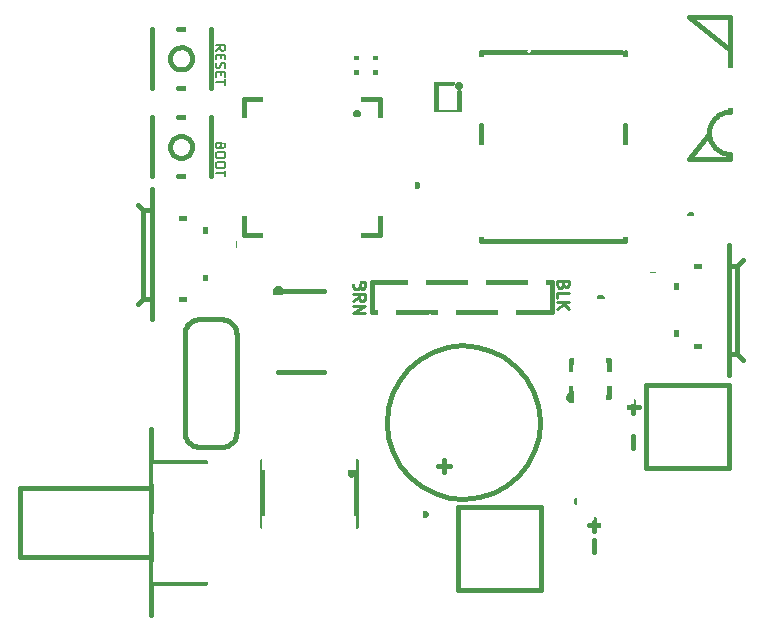
<source format=gto>
G04 (created by PCBNEW-RS274X (2012-01-19 BZR 3256)-stable) date Mon 27 Feb 2012 04:05:37 GMT*
G01*
G70*
G90*
%MOIN*%
G04 Gerber Fmt 3.4, Leading zero omitted, Abs format*
%FSLAX34Y34*%
G04 APERTURE LIST*
%ADD10C,0.006000*%
%ADD11C,0.015000*%
%ADD12C,0.009900*%
%ADD13C,0.007900*%
%ADD14R,0.033800X0.033800*%
%ADD15R,0.060200X0.073100*%
%ADD16R,0.057400X0.047600*%
%ADD17R,0.060200X0.057400*%
%ADD18R,0.086100X0.040500*%
%ADD19R,0.031800X0.059400*%
%ADD20C,0.059400*%
%ADD21R,0.059400X0.031800*%
%ADD22R,0.037700X0.031800*%
%ADD23R,0.063300X0.043600*%
%ADD24R,0.043600X0.063300*%
%ADD25R,0.070000X0.070000*%
%ADD26R,0.216900X0.059400*%
%ADD27R,0.216900X0.067200*%
%ADD28R,0.065300X0.077100*%
%ADD29R,0.059400X0.059400*%
%ADD30R,0.044400X0.044400*%
%ADD31R,0.098700X0.043600*%
%ADD32R,0.102700X0.035700*%
%ADD33C,0.098700*%
%ADD34R,0.090900X0.051500*%
%ADD35R,0.037700X0.077100*%
%ADD36R,0.075100X0.035700*%
%ADD37R,0.075100X0.083000*%
%ADD38R,0.071200X0.110600*%
%ADD39R,0.094800X0.090900*%
%ADD40R,0.031800X0.067200*%
%ADD41R,0.067200X0.031800*%
%ADD42R,0.153900X0.079100*%
%ADD43R,0.157800X0.059400*%
%ADD44R,0.060000X0.140000*%
%ADD45C,0.067200*%
%ADD46C,0.106600*%
%ADD47R,0.039700X0.039700*%
%ADD48R,0.114500X0.049900*%
%ADD49R,0.031000X0.048000*%
%ADD50C,0.031000*%
%ADD51R,0.114500X0.085000*%
%ADD52R,0.047600X0.031000*%
G04 APERTURE END LIST*
G54D10*
G54D11*
X74705Y-52165D02*
X74705Y-52559D01*
X74508Y-52362D02*
X74902Y-52362D01*
G54D12*
X71897Y-46377D02*
X71878Y-46433D01*
X71859Y-46452D01*
X71822Y-46471D01*
X71766Y-46471D01*
X71728Y-46452D01*
X71709Y-46433D01*
X71691Y-46396D01*
X71691Y-46246D01*
X72085Y-46246D01*
X72085Y-46377D01*
X72066Y-46415D01*
X72047Y-46433D01*
X72009Y-46452D01*
X71972Y-46452D01*
X71934Y-46433D01*
X71916Y-46415D01*
X71897Y-46377D01*
X71897Y-46246D01*
X71691Y-46865D02*
X71878Y-46734D01*
X71691Y-46640D02*
X72085Y-46640D01*
X72085Y-46790D01*
X72066Y-46827D01*
X72047Y-46846D01*
X72009Y-46865D01*
X71953Y-46865D01*
X71916Y-46846D01*
X71897Y-46827D01*
X71878Y-46790D01*
X71878Y-46640D01*
X71691Y-47034D02*
X72085Y-47034D01*
X71691Y-47259D01*
X72085Y-47259D01*
X78689Y-46326D02*
X78670Y-46382D01*
X78651Y-46401D01*
X78614Y-46420D01*
X78558Y-46420D01*
X78520Y-46401D01*
X78501Y-46382D01*
X78483Y-46345D01*
X78483Y-46195D01*
X78877Y-46195D01*
X78877Y-46326D01*
X78858Y-46364D01*
X78839Y-46382D01*
X78801Y-46401D01*
X78764Y-46401D01*
X78726Y-46382D01*
X78708Y-46364D01*
X78689Y-46326D01*
X78689Y-46195D01*
X78483Y-46776D02*
X78483Y-46589D01*
X78877Y-46589D01*
X78483Y-46908D02*
X78877Y-46908D01*
X78483Y-47133D02*
X78708Y-46964D01*
X78877Y-47133D02*
X78651Y-46908D01*
G54D13*
X67262Y-41699D02*
X67247Y-41744D01*
X67232Y-41759D01*
X67202Y-41774D01*
X67157Y-41774D01*
X67127Y-41759D01*
X67112Y-41744D01*
X67097Y-41714D01*
X67097Y-41594D01*
X67412Y-41594D01*
X67412Y-41699D01*
X67397Y-41729D01*
X67382Y-41744D01*
X67352Y-41759D01*
X67322Y-41759D01*
X67292Y-41744D01*
X67277Y-41729D01*
X67262Y-41699D01*
X67262Y-41594D01*
X67412Y-41969D02*
X67412Y-42029D01*
X67397Y-42059D01*
X67367Y-42089D01*
X67307Y-42104D01*
X67202Y-42104D01*
X67142Y-42089D01*
X67112Y-42059D01*
X67097Y-42029D01*
X67097Y-41969D01*
X67112Y-41939D01*
X67142Y-41909D01*
X67202Y-41894D01*
X67307Y-41894D01*
X67367Y-41909D01*
X67397Y-41939D01*
X67412Y-41969D01*
X67412Y-42299D02*
X67412Y-42359D01*
X67397Y-42389D01*
X67367Y-42419D01*
X67307Y-42434D01*
X67202Y-42434D01*
X67142Y-42419D01*
X67112Y-42389D01*
X67097Y-42359D01*
X67097Y-42299D01*
X67112Y-42269D01*
X67142Y-42239D01*
X67202Y-42224D01*
X67307Y-42224D01*
X67367Y-42239D01*
X67397Y-42269D01*
X67412Y-42299D01*
X67412Y-42524D02*
X67412Y-42704D01*
X67097Y-42614D02*
X67412Y-42614D01*
X67097Y-38519D02*
X67247Y-38414D01*
X67097Y-38339D02*
X67412Y-38339D01*
X67412Y-38459D01*
X67397Y-38489D01*
X67382Y-38504D01*
X67352Y-38519D01*
X67307Y-38519D01*
X67277Y-38504D01*
X67262Y-38489D01*
X67247Y-38459D01*
X67247Y-38339D01*
X67262Y-38654D02*
X67262Y-38759D01*
X67097Y-38804D02*
X67097Y-38654D01*
X67412Y-38654D01*
X67412Y-38804D01*
X67112Y-38924D02*
X67097Y-38969D01*
X67097Y-39044D01*
X67112Y-39074D01*
X67127Y-39089D01*
X67157Y-39104D01*
X67187Y-39104D01*
X67217Y-39089D01*
X67232Y-39074D01*
X67247Y-39044D01*
X67262Y-38984D01*
X67277Y-38954D01*
X67292Y-38939D01*
X67322Y-38924D01*
X67352Y-38924D01*
X67382Y-38939D01*
X67397Y-38954D01*
X67412Y-38984D01*
X67412Y-39059D01*
X67397Y-39104D01*
X67262Y-39239D02*
X67262Y-39344D01*
X67097Y-39389D02*
X67097Y-39239D01*
X67412Y-39239D01*
X67412Y-39389D01*
X67412Y-39479D02*
X67412Y-39659D01*
X67097Y-39569D02*
X67412Y-39569D01*
G54D11*
X79724Y-54823D02*
X79724Y-55217D01*
X79528Y-54331D02*
X79921Y-54331D01*
X79724Y-54134D02*
X79724Y-54528D01*
X81004Y-51378D02*
X81004Y-51772D01*
X80807Y-50394D02*
X81201Y-50394D01*
X81004Y-50197D02*
X81004Y-50591D01*
X71670Y-52599D02*
X71668Y-52609D01*
X71665Y-52619D01*
X71660Y-52629D01*
X71654Y-52637D01*
X71645Y-52644D01*
X71636Y-52649D01*
X71626Y-52652D01*
X71615Y-52653D01*
X71605Y-52653D01*
X71595Y-52649D01*
X71585Y-52645D01*
X71577Y-52638D01*
X71570Y-52630D01*
X71565Y-52620D01*
X71562Y-52610D01*
X71561Y-52599D01*
X71561Y-52590D01*
X71564Y-52579D01*
X71569Y-52570D01*
X71576Y-52561D01*
X71584Y-52554D01*
X71593Y-52549D01*
X71604Y-52546D01*
X71614Y-52545D01*
X71624Y-52545D01*
X71634Y-52548D01*
X71644Y-52553D01*
X71652Y-52560D01*
X71659Y-52568D01*
X71665Y-52577D01*
X71668Y-52587D01*
X71669Y-52598D01*
X71670Y-52599D01*
X68643Y-54351D02*
X68643Y-52205D01*
X71772Y-54351D02*
X71772Y-52205D01*
X81693Y-45984D02*
X81692Y-45991D01*
X81690Y-45998D01*
X81686Y-46005D01*
X81681Y-46011D01*
X81675Y-46016D01*
X81669Y-46019D01*
X81661Y-46022D01*
X81654Y-46022D01*
X81647Y-46022D01*
X81640Y-46020D01*
X81633Y-46016D01*
X81627Y-46011D01*
X81622Y-46006D01*
X81619Y-45999D01*
X81616Y-45992D01*
X81616Y-45984D01*
X81616Y-45977D01*
X81618Y-45970D01*
X81622Y-45963D01*
X81626Y-45957D01*
X81632Y-45952D01*
X81639Y-45949D01*
X81646Y-45946D01*
X81654Y-45946D01*
X81660Y-45946D01*
X81668Y-45948D01*
X81674Y-45952D01*
X81680Y-45956D01*
X81685Y-45962D01*
X81689Y-45969D01*
X81692Y-45976D01*
X81692Y-45983D01*
X81693Y-45984D01*
X67755Y-44961D02*
X67754Y-44968D01*
X67752Y-44975D01*
X67748Y-44982D01*
X67743Y-44988D01*
X67737Y-44993D01*
X67731Y-44996D01*
X67723Y-44999D01*
X67716Y-44999D01*
X67709Y-44999D01*
X67702Y-44997D01*
X67695Y-44993D01*
X67689Y-44988D01*
X67684Y-44983D01*
X67681Y-44976D01*
X67678Y-44969D01*
X67678Y-44961D01*
X67678Y-44954D01*
X67680Y-44947D01*
X67684Y-44940D01*
X67688Y-44934D01*
X67694Y-44929D01*
X67701Y-44926D01*
X67708Y-44923D01*
X67716Y-44923D01*
X67722Y-44923D01*
X67730Y-44925D01*
X67736Y-44929D01*
X67742Y-44933D01*
X67747Y-44939D01*
X67751Y-44946D01*
X67754Y-44953D01*
X67754Y-44960D01*
X67755Y-44961D01*
X73819Y-42992D02*
X73818Y-42999D01*
X73815Y-43007D01*
X73812Y-43014D01*
X73807Y-43020D01*
X73801Y-43025D01*
X73794Y-43028D01*
X73787Y-43031D01*
X73779Y-43031D01*
X73772Y-43031D01*
X73765Y-43029D01*
X73758Y-43025D01*
X73752Y-43020D01*
X73746Y-43014D01*
X73743Y-43007D01*
X73740Y-43000D01*
X73740Y-42992D01*
X73740Y-42985D01*
X73742Y-42978D01*
X73746Y-42971D01*
X73751Y-42965D01*
X73757Y-42960D01*
X73763Y-42956D01*
X73771Y-42953D01*
X73779Y-42953D01*
X73785Y-42953D01*
X73793Y-42955D01*
X73800Y-42959D01*
X73806Y-42964D01*
X73811Y-42969D01*
X73815Y-42976D01*
X73818Y-42984D01*
X73818Y-42991D01*
X73819Y-42992D01*
X79174Y-53543D02*
X79173Y-53550D01*
X79170Y-53558D01*
X79167Y-53565D01*
X79162Y-53571D01*
X79156Y-53576D01*
X79149Y-53579D01*
X79142Y-53582D01*
X79134Y-53582D01*
X79127Y-53582D01*
X79120Y-53580D01*
X79113Y-53576D01*
X79107Y-53571D01*
X79101Y-53565D01*
X79098Y-53558D01*
X79095Y-53551D01*
X79095Y-53543D01*
X79095Y-53536D01*
X79097Y-53529D01*
X79101Y-53522D01*
X79106Y-53516D01*
X79112Y-53511D01*
X79118Y-53507D01*
X79126Y-53504D01*
X79134Y-53504D01*
X79140Y-53504D01*
X79148Y-53506D01*
X79155Y-53510D01*
X79161Y-53515D01*
X79166Y-53520D01*
X79170Y-53527D01*
X79173Y-53535D01*
X79173Y-53542D01*
X79174Y-53543D01*
X79961Y-46771D02*
X79960Y-46778D01*
X79957Y-46786D01*
X79954Y-46793D01*
X79949Y-46799D01*
X79943Y-46804D01*
X79936Y-46807D01*
X79929Y-46810D01*
X79921Y-46810D01*
X79914Y-46810D01*
X79907Y-46808D01*
X79900Y-46804D01*
X79894Y-46799D01*
X79888Y-46793D01*
X79885Y-46786D01*
X79882Y-46779D01*
X79882Y-46771D01*
X79882Y-46764D01*
X79884Y-46757D01*
X79888Y-46750D01*
X79893Y-46744D01*
X79899Y-46739D01*
X79905Y-46735D01*
X79913Y-46732D01*
X79921Y-46732D01*
X79927Y-46732D01*
X79935Y-46734D01*
X79942Y-46738D01*
X79948Y-46743D01*
X79953Y-46748D01*
X79957Y-46755D01*
X79960Y-46763D01*
X79960Y-46770D01*
X79961Y-46771D01*
X82953Y-44016D02*
X82952Y-44023D01*
X82949Y-44031D01*
X82946Y-44038D01*
X82941Y-44044D01*
X82935Y-44049D01*
X82928Y-44052D01*
X82921Y-44055D01*
X82913Y-44055D01*
X82906Y-44055D01*
X82899Y-44053D01*
X82892Y-44049D01*
X82886Y-44044D01*
X82880Y-44038D01*
X82877Y-44031D01*
X82874Y-44024D01*
X82874Y-44016D01*
X82874Y-44009D01*
X82876Y-44002D01*
X82880Y-43995D01*
X82885Y-43989D01*
X82891Y-43984D01*
X82897Y-43980D01*
X82905Y-43977D01*
X82913Y-43977D01*
X82919Y-43977D01*
X82927Y-43979D01*
X82934Y-43983D01*
X82940Y-43988D01*
X82945Y-43993D01*
X82949Y-44000D01*
X82952Y-44008D01*
X82952Y-44015D01*
X82953Y-44016D01*
X74094Y-53977D02*
X74093Y-53984D01*
X74091Y-53991D01*
X74087Y-53998D01*
X74082Y-54004D01*
X74076Y-54009D01*
X74070Y-54012D01*
X74062Y-54015D01*
X74055Y-54015D01*
X74048Y-54015D01*
X74041Y-54013D01*
X74034Y-54009D01*
X74028Y-54004D01*
X74023Y-53999D01*
X74020Y-53992D01*
X74017Y-53985D01*
X74017Y-53977D01*
X74017Y-53970D01*
X74019Y-53963D01*
X74023Y-53956D01*
X74027Y-53950D01*
X74033Y-53945D01*
X74040Y-53942D01*
X74047Y-53939D01*
X74055Y-53939D01*
X74061Y-53939D01*
X74069Y-53941D01*
X74075Y-53945D01*
X74081Y-53949D01*
X74086Y-53955D01*
X74090Y-53962D01*
X74093Y-53969D01*
X74093Y-53976D01*
X74094Y-53977D01*
X66316Y-38780D02*
X66308Y-38852D01*
X66288Y-38921D01*
X66254Y-38985D01*
X66208Y-39041D01*
X66152Y-39087D01*
X66088Y-39122D01*
X66019Y-39143D01*
X65947Y-39150D01*
X65876Y-39144D01*
X65807Y-39123D01*
X65742Y-39090D01*
X65686Y-39045D01*
X65639Y-38989D01*
X65605Y-38926D01*
X65583Y-38857D01*
X65575Y-38785D01*
X65581Y-38714D01*
X65601Y-38644D01*
X65634Y-38580D01*
X65679Y-38523D01*
X65734Y-38476D01*
X65797Y-38441D01*
X65866Y-38418D01*
X65938Y-38410D01*
X66009Y-38415D01*
X66079Y-38435D01*
X66143Y-38467D01*
X66200Y-38512D01*
X66248Y-38567D01*
X66283Y-38630D01*
X66306Y-38698D01*
X66315Y-38770D01*
X66316Y-38780D01*
X66063Y-37796D02*
X65827Y-37796D01*
X66063Y-39764D02*
X65827Y-39764D01*
X66929Y-39764D02*
X66929Y-37796D01*
X64961Y-39764D02*
X64961Y-37796D01*
X66316Y-41732D02*
X66308Y-41804D01*
X66288Y-41873D01*
X66254Y-41937D01*
X66208Y-41993D01*
X66152Y-42039D01*
X66088Y-42074D01*
X66019Y-42095D01*
X65947Y-42102D01*
X65876Y-42096D01*
X65807Y-42075D01*
X65742Y-42042D01*
X65686Y-41997D01*
X65639Y-41941D01*
X65605Y-41878D01*
X65583Y-41809D01*
X65575Y-41737D01*
X65581Y-41666D01*
X65601Y-41596D01*
X65634Y-41532D01*
X65679Y-41475D01*
X65734Y-41428D01*
X65797Y-41393D01*
X65866Y-41370D01*
X65938Y-41362D01*
X66009Y-41367D01*
X66079Y-41387D01*
X66143Y-41419D01*
X66200Y-41464D01*
X66248Y-41519D01*
X66283Y-41582D01*
X66306Y-41650D01*
X66315Y-41722D01*
X66316Y-41732D01*
X66063Y-40748D02*
X65827Y-40748D01*
X66063Y-42716D02*
X65827Y-42716D01*
X66929Y-42716D02*
X66929Y-40748D01*
X64961Y-42716D02*
X64961Y-40748D01*
X64941Y-56280D02*
X64941Y-57323D01*
X64941Y-52244D02*
X64941Y-51142D01*
X64941Y-56240D02*
X64941Y-56260D01*
X64941Y-56260D02*
X66752Y-56260D01*
X64941Y-56181D02*
X64941Y-56221D01*
X64941Y-56221D02*
X64941Y-56240D01*
X60591Y-55394D02*
X64941Y-55394D01*
X64941Y-52283D02*
X64941Y-52244D01*
X64941Y-52244D02*
X66752Y-52244D01*
X60591Y-55394D02*
X60591Y-53110D01*
X64921Y-53110D02*
X60591Y-53110D01*
X64941Y-52303D02*
X64941Y-56181D01*
X84252Y-40551D02*
X84252Y-40473D01*
X84252Y-37402D02*
X84252Y-39055D01*
X82874Y-42126D02*
X83543Y-41299D01*
X84252Y-42126D02*
X82874Y-42126D01*
X84252Y-37402D02*
X82874Y-37402D01*
X82874Y-37402D02*
X84252Y-38504D01*
X84252Y-41969D02*
X84252Y-42126D01*
X83543Y-41260D02*
X83546Y-41321D01*
X83554Y-41383D01*
X83568Y-41443D01*
X83586Y-41502D01*
X83610Y-41559D01*
X83638Y-41614D01*
X83672Y-41666D01*
X83709Y-41715D01*
X83751Y-41761D01*
X83797Y-41803D01*
X83846Y-41840D01*
X83898Y-41874D01*
X83953Y-41902D01*
X84010Y-41926D01*
X84069Y-41944D01*
X84129Y-41958D01*
X84191Y-41966D01*
X84252Y-41969D01*
X84252Y-40551D02*
X84191Y-40554D01*
X84129Y-40562D01*
X84069Y-40576D01*
X84010Y-40594D01*
X83953Y-40618D01*
X83898Y-40646D01*
X83846Y-40680D01*
X83797Y-40717D01*
X83751Y-40759D01*
X83709Y-40805D01*
X83672Y-40854D01*
X83638Y-40906D01*
X83610Y-40961D01*
X83586Y-41018D01*
X83568Y-41077D01*
X83554Y-41137D01*
X83546Y-41199D01*
X83543Y-41260D01*
X71772Y-38858D02*
X71772Y-38700D01*
X71772Y-39330D02*
X71772Y-39173D01*
X72402Y-39173D02*
X72402Y-39330D01*
X72402Y-38700D02*
X72402Y-38858D01*
X77913Y-50906D02*
X77864Y-51403D01*
X77719Y-51881D01*
X77485Y-52322D01*
X77169Y-52709D01*
X76784Y-53027D01*
X76345Y-53265D01*
X75868Y-53412D01*
X75371Y-53464D01*
X74875Y-53419D01*
X74396Y-53278D01*
X73953Y-53047D01*
X73564Y-52734D01*
X73243Y-52351D01*
X73002Y-51914D01*
X72851Y-51438D01*
X72796Y-50941D01*
X72838Y-50445D01*
X72975Y-49964D01*
X73203Y-49520D01*
X73514Y-49129D01*
X73894Y-48805D01*
X74330Y-48562D01*
X74805Y-48407D01*
X75301Y-48348D01*
X75798Y-48386D01*
X76279Y-48521D01*
X76725Y-48746D01*
X77118Y-49053D01*
X77445Y-49431D01*
X77691Y-49866D01*
X77849Y-50340D01*
X77912Y-50835D01*
X77913Y-50906D01*
X75945Y-38582D02*
X80748Y-38582D01*
X80748Y-38582D02*
X80748Y-38701D01*
X75945Y-38582D02*
X75945Y-38701D01*
X75945Y-41614D02*
X75945Y-40984D01*
X80748Y-41614D02*
X80748Y-40984D01*
X75945Y-44882D02*
X80748Y-44882D01*
X80748Y-44882D02*
X80748Y-44764D01*
X75945Y-44882D02*
X75945Y-44764D01*
X74429Y-39607D02*
X74980Y-39607D01*
X75197Y-40552D02*
X74429Y-40552D01*
X74429Y-40552D02*
X74429Y-39607D01*
X75197Y-39902D02*
X75197Y-40552D01*
X75236Y-39685D02*
X75235Y-39692D01*
X75233Y-39699D01*
X75229Y-39706D01*
X75224Y-39712D01*
X75218Y-39717D01*
X75212Y-39720D01*
X75204Y-39723D01*
X75197Y-39723D01*
X75190Y-39723D01*
X75183Y-39721D01*
X75176Y-39717D01*
X75170Y-39712D01*
X75165Y-39707D01*
X75162Y-39700D01*
X75159Y-39693D01*
X75159Y-39685D01*
X75159Y-39678D01*
X75161Y-39671D01*
X75165Y-39664D01*
X75169Y-39658D01*
X75175Y-39653D01*
X75182Y-39650D01*
X75189Y-39647D01*
X75197Y-39647D01*
X75203Y-39647D01*
X75211Y-39649D01*
X75217Y-39653D01*
X75223Y-39657D01*
X75228Y-39663D01*
X75232Y-39670D01*
X75235Y-39677D01*
X75235Y-39684D01*
X75236Y-39685D01*
X64508Y-46969D02*
X64705Y-46772D01*
X64508Y-43661D02*
X64705Y-43858D01*
X64685Y-45315D02*
X64685Y-43839D01*
X64685Y-43839D02*
X64961Y-43839D01*
X64685Y-45315D02*
X64685Y-46791D01*
X64685Y-46791D02*
X64961Y-46791D01*
X66122Y-46791D02*
X65886Y-46791D01*
X66122Y-44114D02*
X65886Y-44114D01*
X66732Y-44626D02*
X66732Y-44429D01*
X66732Y-46201D02*
X66732Y-46004D01*
X64961Y-47480D02*
X64961Y-43150D01*
X84665Y-45511D02*
X84468Y-45708D01*
X84665Y-48819D02*
X84468Y-48622D01*
X84488Y-47165D02*
X84488Y-48641D01*
X84488Y-48641D02*
X84212Y-48641D01*
X84488Y-47165D02*
X84488Y-45689D01*
X84488Y-45689D02*
X84212Y-45689D01*
X83051Y-45689D02*
X83287Y-45689D01*
X83051Y-48366D02*
X83287Y-48366D01*
X82441Y-47854D02*
X82441Y-48051D01*
X82441Y-46279D02*
X82441Y-46476D01*
X84212Y-45000D02*
X84212Y-49330D01*
X68641Y-44665D02*
X68051Y-44665D01*
X68051Y-44665D02*
X68051Y-44074D01*
X72578Y-44074D02*
X72578Y-44665D01*
X72578Y-44665D02*
X71988Y-44665D01*
X68681Y-40137D02*
X68051Y-40137D01*
X68051Y-40137D02*
X68051Y-40728D01*
X72578Y-40728D02*
X72578Y-40137D01*
X72578Y-40137D02*
X71988Y-40137D01*
X71830Y-40609D02*
X71829Y-40616D01*
X71827Y-40623D01*
X71823Y-40630D01*
X71818Y-40636D01*
X71812Y-40641D01*
X71806Y-40644D01*
X71798Y-40647D01*
X71791Y-40647D01*
X71784Y-40647D01*
X71777Y-40645D01*
X71770Y-40641D01*
X71764Y-40636D01*
X71759Y-40631D01*
X71756Y-40624D01*
X71753Y-40617D01*
X71753Y-40609D01*
X71753Y-40602D01*
X71755Y-40595D01*
X71759Y-40588D01*
X71763Y-40582D01*
X71769Y-40577D01*
X71776Y-40574D01*
X71783Y-40571D01*
X71791Y-40571D01*
X71797Y-40571D01*
X71805Y-40573D01*
X71811Y-40577D01*
X71817Y-40581D01*
X71822Y-40587D01*
X71826Y-40594D01*
X71829Y-40601D01*
X71829Y-40608D01*
X71830Y-40609D01*
X78295Y-46232D02*
X78295Y-47232D01*
X78295Y-47232D02*
X72295Y-47232D01*
X72295Y-47232D02*
X72295Y-46232D01*
X72295Y-46232D02*
X78295Y-46232D01*
X66575Y-51732D02*
X67283Y-51732D01*
X67795Y-47972D02*
X67795Y-51240D01*
X66496Y-47480D02*
X67303Y-47480D01*
X66063Y-51240D02*
X66063Y-47952D01*
X67303Y-51732D02*
X67345Y-51730D01*
X67388Y-51724D01*
X67430Y-51715D01*
X67471Y-51702D01*
X67510Y-51685D01*
X67549Y-51666D01*
X67585Y-51643D01*
X67619Y-51616D01*
X67650Y-51587D01*
X67679Y-51556D01*
X67706Y-51522D01*
X67729Y-51485D01*
X67748Y-51447D01*
X67765Y-51408D01*
X67778Y-51367D01*
X67787Y-51325D01*
X67793Y-51282D01*
X67795Y-51240D01*
X66063Y-51240D02*
X66065Y-51282D01*
X66071Y-51325D01*
X66080Y-51367D01*
X66093Y-51408D01*
X66110Y-51447D01*
X66129Y-51485D01*
X66152Y-51522D01*
X66179Y-51556D01*
X66208Y-51587D01*
X66239Y-51616D01*
X66273Y-51643D01*
X66310Y-51666D01*
X66348Y-51685D01*
X66387Y-51702D01*
X66428Y-51715D01*
X66470Y-51724D01*
X66513Y-51730D01*
X66555Y-51732D01*
X67795Y-47972D02*
X67793Y-47930D01*
X67787Y-47887D01*
X67778Y-47845D01*
X67765Y-47804D01*
X67748Y-47765D01*
X67729Y-47727D01*
X67706Y-47690D01*
X67679Y-47656D01*
X67650Y-47625D01*
X67619Y-47596D01*
X67585Y-47569D01*
X67549Y-47546D01*
X67510Y-47527D01*
X67471Y-47510D01*
X67430Y-47497D01*
X67388Y-47488D01*
X67345Y-47482D01*
X67303Y-47480D01*
X66535Y-47480D02*
X66494Y-47482D01*
X66454Y-47488D01*
X66413Y-47497D01*
X66374Y-47509D01*
X66336Y-47525D01*
X66300Y-47544D01*
X66265Y-47566D01*
X66232Y-47591D01*
X66202Y-47619D01*
X66174Y-47649D01*
X66149Y-47682D01*
X66127Y-47717D01*
X66108Y-47753D01*
X66092Y-47791D01*
X66080Y-47830D01*
X66071Y-47871D01*
X66065Y-47911D01*
X66063Y-47952D01*
X77933Y-55118D02*
X77933Y-56496D01*
X77933Y-56496D02*
X75177Y-56496D01*
X75177Y-56496D02*
X75177Y-53740D01*
X75177Y-53740D02*
X77933Y-53740D01*
X77933Y-53740D02*
X77933Y-55118D01*
X82835Y-52421D02*
X81457Y-52421D01*
X81457Y-52421D02*
X81457Y-49665D01*
X81457Y-49665D02*
X84213Y-49665D01*
X84213Y-49665D02*
X84213Y-52421D01*
X84213Y-52421D02*
X82835Y-52421D01*
X69273Y-46540D02*
X69271Y-46559D01*
X69265Y-46578D01*
X69256Y-46595D01*
X69243Y-46610D01*
X69228Y-46622D01*
X69211Y-46632D01*
X69193Y-46637D01*
X69173Y-46639D01*
X69155Y-46638D01*
X69136Y-46632D01*
X69119Y-46623D01*
X69104Y-46611D01*
X69091Y-46596D01*
X69082Y-46579D01*
X69076Y-46560D01*
X69074Y-46541D01*
X69075Y-46522D01*
X69081Y-46504D01*
X69089Y-46486D01*
X69102Y-46471D01*
X69116Y-46458D01*
X69133Y-46449D01*
X69152Y-46443D01*
X69171Y-46441D01*
X69190Y-46442D01*
X69209Y-46447D01*
X69226Y-46456D01*
X69241Y-46468D01*
X69254Y-46483D01*
X69264Y-46500D01*
X69270Y-46518D01*
X69272Y-46538D01*
X69273Y-46540D01*
X69173Y-49240D02*
X70723Y-49240D01*
X69173Y-46540D02*
X70723Y-46540D01*
X79016Y-50080D02*
X79014Y-50095D01*
X79010Y-50110D01*
X79002Y-50123D01*
X78993Y-50135D01*
X78981Y-50145D01*
X78967Y-50152D01*
X78952Y-50157D01*
X78937Y-50158D01*
X78923Y-50157D01*
X78908Y-50153D01*
X78894Y-50146D01*
X78882Y-50136D01*
X78872Y-50124D01*
X78865Y-50111D01*
X78860Y-50096D01*
X78859Y-50081D01*
X78860Y-50066D01*
X78864Y-50051D01*
X78871Y-50038D01*
X78881Y-50026D01*
X78892Y-50016D01*
X78906Y-50008D01*
X78921Y-50003D01*
X78936Y-50002D01*
X78950Y-50003D01*
X78965Y-50007D01*
X78979Y-50014D01*
X78991Y-50023D01*
X79001Y-50035D01*
X79009Y-50048D01*
X79014Y-50063D01*
X79015Y-50078D01*
X79016Y-50080D01*
X78937Y-48820D02*
X78937Y-49174D01*
X78937Y-48820D02*
X79016Y-48820D01*
X78937Y-50080D02*
X78937Y-49726D01*
X78937Y-50080D02*
X79016Y-50080D01*
X80197Y-49765D02*
X80197Y-49726D01*
X80197Y-50080D02*
X80197Y-49765D01*
X80197Y-50080D02*
X80118Y-50080D01*
X80197Y-48820D02*
X80197Y-49174D01*
X80197Y-48820D02*
X80118Y-48820D01*
%LPC*%
G54D12*
X79776Y-56047D02*
X79738Y-56065D01*
X79663Y-56065D01*
X79626Y-56047D01*
X79607Y-56028D01*
X79588Y-55990D01*
X79588Y-55878D01*
X79607Y-55840D01*
X79626Y-55822D01*
X79663Y-55803D01*
X79738Y-55803D01*
X79776Y-55822D01*
X80114Y-55803D02*
X80114Y-56065D01*
X79945Y-55803D02*
X79945Y-56009D01*
X79964Y-56047D01*
X80001Y-56065D01*
X80057Y-56065D01*
X80095Y-56047D01*
X80114Y-56028D01*
X80282Y-56047D02*
X80320Y-56065D01*
X80395Y-56065D01*
X80432Y-56047D01*
X80451Y-56009D01*
X80451Y-55990D01*
X80432Y-55953D01*
X80395Y-55934D01*
X80338Y-55934D01*
X80301Y-55915D01*
X80282Y-55878D01*
X80282Y-55859D01*
X80301Y-55822D01*
X80338Y-55803D01*
X80395Y-55803D01*
X80432Y-55822D01*
X80564Y-55803D02*
X80714Y-55803D01*
X80620Y-56065D02*
X80620Y-55728D01*
X80639Y-55690D01*
X80676Y-55671D01*
X80714Y-55671D01*
X80845Y-56028D02*
X80864Y-56047D01*
X80845Y-56065D01*
X80826Y-56047D01*
X80845Y-56028D01*
X80845Y-56065D01*
X81202Y-56047D02*
X81164Y-56065D01*
X81089Y-56065D01*
X81052Y-56047D01*
X81033Y-56028D01*
X81014Y-55990D01*
X81014Y-55878D01*
X81033Y-55840D01*
X81052Y-55822D01*
X81089Y-55803D01*
X81164Y-55803D01*
X81202Y-55822D01*
X81427Y-56065D02*
X81390Y-56047D01*
X81371Y-56028D01*
X81352Y-55990D01*
X81352Y-55878D01*
X81371Y-55840D01*
X81390Y-55822D01*
X81427Y-55803D01*
X81483Y-55803D01*
X81521Y-55822D01*
X81540Y-55840D01*
X81558Y-55878D01*
X81558Y-55990D01*
X81540Y-56028D01*
X81521Y-56047D01*
X81483Y-56065D01*
X81427Y-56065D01*
X81727Y-56028D02*
X81746Y-56047D01*
X81727Y-56065D01*
X81708Y-56047D01*
X81727Y-56028D01*
X81727Y-56065D01*
X82084Y-55803D02*
X82084Y-56065D01*
X81915Y-55803D02*
X81915Y-56009D01*
X81934Y-56047D01*
X81971Y-56065D01*
X82027Y-56065D01*
X82065Y-56047D01*
X82084Y-56028D01*
X82271Y-56065D02*
X82271Y-55671D01*
X82308Y-55915D02*
X82421Y-56065D01*
X82421Y-55803D02*
X82271Y-55953D01*
X73599Y-37993D02*
X73693Y-38387D01*
X73768Y-38106D01*
X73843Y-38387D01*
X73937Y-37993D01*
X74162Y-37993D02*
X74237Y-37993D01*
X74274Y-38012D01*
X74312Y-38050D01*
X74331Y-38125D01*
X74331Y-38256D01*
X74312Y-38331D01*
X74274Y-38369D01*
X74237Y-38387D01*
X74162Y-38387D01*
X74124Y-38369D01*
X74087Y-38331D01*
X74068Y-38256D01*
X74068Y-38125D01*
X74087Y-38050D01*
X74124Y-38012D01*
X74162Y-37993D01*
X74500Y-38387D02*
X74500Y-37993D01*
X74631Y-38275D01*
X74762Y-37993D01*
X74762Y-38387D01*
X75081Y-38181D02*
X75137Y-38200D01*
X75156Y-38219D01*
X75175Y-38256D01*
X75175Y-38312D01*
X75156Y-38350D01*
X75137Y-38369D01*
X75100Y-38387D01*
X74950Y-38387D01*
X74950Y-37993D01*
X75081Y-37993D01*
X75119Y-38012D01*
X75137Y-38031D01*
X75156Y-38069D01*
X75156Y-38106D01*
X75137Y-38144D01*
X75119Y-38162D01*
X75081Y-38181D01*
X74950Y-38181D01*
X75325Y-38275D02*
X75513Y-38275D01*
X75288Y-38387D02*
X75419Y-37993D01*
X75550Y-38387D01*
X75626Y-37993D02*
X75851Y-37993D01*
X75738Y-38387D02*
X75738Y-37993D01*
X76282Y-38387D02*
X76282Y-38125D01*
X76282Y-38200D02*
X76301Y-38162D01*
X76319Y-38144D01*
X76357Y-38125D01*
X76394Y-38125D01*
X76732Y-38387D02*
X76507Y-38387D01*
X76620Y-38387D02*
X76620Y-37993D01*
X76582Y-38050D01*
X76545Y-38087D01*
X76507Y-38106D01*
X77201Y-38387D02*
X77201Y-37993D01*
X77201Y-38144D02*
X77238Y-38125D01*
X77313Y-38125D01*
X77351Y-38144D01*
X77370Y-38162D01*
X77388Y-38200D01*
X77388Y-38312D01*
X77370Y-38350D01*
X77351Y-38369D01*
X77313Y-38387D01*
X77238Y-38387D01*
X77201Y-38369D01*
X77519Y-38125D02*
X77613Y-38387D01*
X77707Y-38125D02*
X77613Y-38387D01*
X77576Y-38481D01*
X77557Y-38500D01*
X77519Y-38519D01*
X78382Y-38350D02*
X78363Y-38369D01*
X78307Y-38387D01*
X78269Y-38387D01*
X78213Y-38369D01*
X78176Y-38331D01*
X78157Y-38294D01*
X78138Y-38219D01*
X78138Y-38162D01*
X78157Y-38087D01*
X78176Y-38050D01*
X78213Y-38012D01*
X78269Y-37993D01*
X78307Y-37993D01*
X78363Y-38012D01*
X78382Y-38031D01*
X78551Y-37993D02*
X78551Y-38312D01*
X78570Y-38350D01*
X78588Y-38369D01*
X78626Y-38387D01*
X78701Y-38387D01*
X78738Y-38369D01*
X78757Y-38350D01*
X78776Y-38312D01*
X78776Y-37993D01*
X78945Y-38369D02*
X79001Y-38387D01*
X79095Y-38387D01*
X79133Y-38369D01*
X79151Y-38350D01*
X79170Y-38312D01*
X79170Y-38275D01*
X79151Y-38237D01*
X79133Y-38219D01*
X79095Y-38200D01*
X79020Y-38181D01*
X78983Y-38162D01*
X78964Y-38144D01*
X78945Y-38106D01*
X78945Y-38069D01*
X78964Y-38031D01*
X78983Y-38012D01*
X79020Y-37993D01*
X79114Y-37993D01*
X79170Y-38012D01*
X79470Y-38181D02*
X79339Y-38181D01*
X79339Y-38387D02*
X79339Y-37993D01*
X79526Y-37993D01*
X80052Y-37993D02*
X80089Y-37993D01*
X80127Y-38012D01*
X80146Y-38031D01*
X80164Y-38069D01*
X80183Y-38144D01*
X80183Y-38237D01*
X80164Y-38312D01*
X80146Y-38350D01*
X80127Y-38369D01*
X80089Y-38387D01*
X80052Y-38387D01*
X80014Y-38369D01*
X79996Y-38350D01*
X79977Y-38312D01*
X79958Y-38237D01*
X79958Y-38144D01*
X79977Y-38069D01*
X79996Y-38031D01*
X80014Y-38012D01*
X80052Y-37993D01*
X80333Y-38031D02*
X80352Y-38012D01*
X80389Y-37993D01*
X80483Y-37993D01*
X80521Y-38012D01*
X80539Y-38031D01*
X80558Y-38069D01*
X80558Y-38106D01*
X80539Y-38162D01*
X80314Y-38387D01*
X80558Y-38387D01*
X81008Y-37975D02*
X80671Y-38481D01*
X81346Y-38387D02*
X81121Y-38387D01*
X81234Y-38387D02*
X81234Y-37993D01*
X81196Y-38050D01*
X81159Y-38087D01*
X81121Y-38106D01*
X81496Y-38031D02*
X81515Y-38012D01*
X81552Y-37993D01*
X81646Y-37993D01*
X81684Y-38012D01*
X81702Y-38031D01*
X81721Y-38069D01*
X81721Y-38106D01*
X81702Y-38162D01*
X81477Y-38387D01*
X81721Y-38387D01*
G54D14*
X82992Y-39055D03*
X82992Y-39378D03*
X82992Y-39701D03*
X82602Y-39701D03*
X82212Y-39701D03*
X82212Y-39055D03*
X81425Y-39378D03*
G54D15*
X82604Y-39252D03*
G54D16*
X82216Y-39380D03*
G54D17*
X81829Y-39378D03*
G54D18*
X81699Y-39088D03*
X81699Y-39667D03*
G54D19*
X71615Y-52205D03*
X71359Y-52205D03*
X71103Y-52205D03*
X70848Y-52205D03*
X70592Y-52205D03*
X70336Y-52205D03*
X70080Y-52205D03*
X69824Y-52205D03*
X69568Y-52205D03*
X69313Y-52205D03*
X69057Y-52205D03*
X68801Y-52205D03*
X68800Y-54331D03*
X69056Y-54331D03*
X69312Y-54331D03*
X69567Y-54331D03*
X69823Y-54331D03*
X70079Y-54331D03*
X70335Y-54331D03*
X70591Y-54331D03*
X70847Y-54331D03*
X71103Y-54331D03*
X71359Y-54331D03*
X71615Y-54331D03*
G54D20*
X73701Y-53386D03*
X68583Y-50355D03*
X68977Y-50749D03*
X70473Y-50749D03*
X70118Y-50335D03*
X72283Y-47992D03*
X69764Y-50749D03*
X73563Y-42577D03*
X74035Y-42341D03*
X73268Y-45866D03*
X74252Y-47598D03*
X82441Y-44331D03*
X82441Y-41890D03*
X68268Y-53702D03*
X79449Y-45984D03*
X79724Y-51340D03*
X79449Y-54016D03*
X75276Y-43189D03*
X75000Y-42756D03*
X68268Y-54213D03*
X69371Y-50355D03*
G54D19*
X81654Y-46220D03*
X81851Y-46220D03*
X82048Y-46220D03*
X82048Y-45590D03*
X81851Y-45590D03*
X81654Y-45590D03*
G54D21*
X67480Y-44961D03*
X67480Y-45158D03*
X67480Y-45355D03*
X68110Y-45355D03*
X68110Y-45158D03*
X68110Y-44961D03*
G54D22*
X73592Y-42992D03*
X73592Y-43189D03*
X73592Y-43386D03*
X74124Y-43386D03*
X74124Y-43189D03*
X74124Y-42992D03*
G54D23*
X79449Y-53523D03*
X79449Y-53149D03*
X79449Y-52775D03*
X78347Y-52775D03*
X78347Y-53523D03*
G54D24*
X79941Y-47086D03*
X80315Y-47086D03*
X80689Y-47086D03*
X80689Y-45984D03*
X79941Y-45984D03*
X82933Y-44331D03*
X83307Y-44331D03*
X83681Y-44331D03*
X83681Y-43229D03*
X82933Y-43229D03*
G54D23*
X73720Y-53957D03*
X73720Y-54705D03*
X74626Y-54331D03*
G54D25*
X66445Y-39863D03*
X65445Y-39863D03*
X66445Y-37697D03*
X65445Y-37697D03*
X66445Y-42815D03*
X65445Y-42815D03*
X66445Y-40649D03*
X65445Y-40649D03*
G54D26*
X66063Y-54252D03*
G54D27*
X66063Y-55886D03*
X66063Y-52618D03*
G54D28*
X79764Y-50710D03*
X80472Y-50710D03*
G54D29*
X72992Y-45000D03*
X73622Y-45000D03*
X71300Y-55670D03*
X70670Y-55670D03*
X71024Y-51457D03*
X71024Y-50827D03*
X71102Y-38543D03*
X71102Y-37913D03*
X70551Y-38543D03*
X70551Y-37913D03*
X70000Y-38543D03*
X70000Y-37913D03*
X71614Y-45354D03*
X71614Y-45984D03*
X82992Y-42598D03*
X83622Y-42598D03*
X67244Y-43543D03*
X67244Y-44173D03*
X78661Y-54961D03*
X79291Y-54961D03*
X69449Y-38543D03*
X69449Y-37913D03*
X80236Y-54331D03*
X80236Y-54961D03*
X79213Y-52283D03*
X78583Y-52283D03*
X79173Y-51261D03*
X78543Y-51261D03*
X79173Y-50710D03*
X78543Y-50710D03*
X80748Y-50001D03*
X80748Y-49371D03*
X80080Y-52598D03*
X80080Y-53228D03*
G54D30*
X71201Y-54803D03*
X70847Y-54803D03*
X71575Y-55157D03*
X71575Y-54803D03*
X69272Y-54843D03*
X69626Y-54843D03*
X67717Y-54586D03*
X67717Y-54232D03*
X73622Y-43760D03*
X73622Y-44114D03*
X71201Y-55177D03*
X70847Y-55177D03*
X71478Y-51536D03*
X71832Y-51536D03*
X71478Y-51142D03*
X71832Y-51142D03*
X72126Y-54311D03*
X72126Y-53957D03*
X72126Y-53229D03*
X72126Y-53583D03*
X67323Y-54232D03*
X67323Y-54586D03*
X67697Y-54961D03*
X67343Y-54961D03*
X67717Y-55689D03*
X67717Y-55335D03*
X67697Y-56063D03*
X67343Y-56063D03*
X68110Y-55689D03*
X68110Y-56043D03*
X68524Y-55669D03*
X68878Y-55669D03*
X78327Y-53937D03*
X78681Y-53937D03*
X78543Y-50021D03*
X78543Y-49667D03*
X82894Y-44882D03*
X83248Y-44882D03*
X79902Y-47638D03*
X80256Y-47638D03*
X79902Y-45433D03*
X80256Y-45433D03*
X82205Y-38327D03*
X82205Y-38681D03*
X82205Y-40413D03*
X82205Y-40059D03*
X82205Y-41201D03*
X82205Y-40847D03*
X82598Y-38681D03*
X82598Y-38327D03*
X82598Y-40413D03*
X82598Y-40059D03*
X82992Y-40453D03*
X82992Y-40807D03*
X82598Y-40847D03*
X82598Y-41201D03*
X75295Y-41496D03*
X74941Y-41496D03*
X75354Y-44429D03*
X75354Y-44075D03*
X81398Y-41890D03*
X81752Y-41890D03*
X81398Y-42283D03*
X81752Y-42283D03*
X81398Y-42677D03*
X81752Y-42677D03*
X68563Y-46299D03*
X68209Y-46299D03*
X73228Y-43760D03*
X73228Y-44114D03*
X72067Y-45276D03*
X72421Y-45276D03*
X73189Y-40847D03*
X73189Y-41201D03*
X69213Y-39390D03*
X69213Y-39036D03*
X68819Y-39390D03*
X68819Y-39036D03*
X71949Y-47520D03*
X72303Y-47520D03*
X68563Y-45197D03*
X68563Y-45551D03*
X68209Y-45906D03*
X68563Y-45906D03*
X74961Y-44429D03*
X74961Y-44075D03*
X73150Y-54390D03*
X73150Y-54744D03*
X73150Y-53957D03*
X73150Y-53603D03*
X73563Y-41575D03*
X73209Y-41575D03*
X70787Y-39390D03*
X70787Y-39036D03*
X70394Y-39390D03*
X70394Y-39036D03*
X70000Y-39390D03*
X70000Y-39036D03*
X74823Y-55669D03*
X74469Y-55669D03*
X74823Y-55276D03*
X74469Y-55276D03*
X78327Y-54409D03*
X78681Y-54409D03*
X77303Y-53228D03*
X77657Y-53228D03*
X69606Y-39390D03*
X69606Y-39036D03*
X79350Y-48348D03*
X78996Y-48348D03*
X79784Y-48348D03*
X80138Y-48348D03*
X67146Y-42992D03*
X67500Y-42992D03*
X73169Y-42126D03*
X73523Y-42126D03*
X69862Y-55669D03*
X70216Y-55669D03*
X72127Y-52855D03*
X72127Y-52501D03*
X72520Y-52855D03*
X72520Y-52501D03*
X72520Y-53583D03*
X72520Y-53229D03*
X72146Y-52087D03*
X72500Y-52087D03*
X72520Y-53957D03*
X72520Y-54311D03*
X69371Y-51556D03*
X69371Y-51202D03*
X68977Y-51556D03*
X68977Y-51202D03*
X68583Y-51556D03*
X68583Y-51202D03*
X65748Y-49902D03*
X65748Y-50256D03*
X65748Y-49508D03*
X65748Y-49154D03*
X70552Y-51202D03*
X70552Y-51556D03*
X70158Y-51202D03*
X70158Y-51556D03*
X69764Y-51202D03*
X69764Y-51556D03*
X67795Y-53602D03*
X67795Y-53248D03*
X67402Y-53602D03*
X67402Y-53248D03*
X70769Y-49922D03*
X71123Y-49922D03*
X70769Y-50316D03*
X71123Y-50316D03*
X74488Y-43248D03*
X74488Y-43602D03*
X74488Y-42500D03*
X74488Y-42854D03*
X73228Y-43012D03*
X73228Y-43366D03*
X67520Y-41397D03*
X67520Y-41043D03*
X67460Y-44646D03*
X67106Y-44646D03*
G54D31*
X83858Y-40225D03*
X83858Y-39764D03*
X83858Y-39303D03*
G54D32*
X72087Y-38543D03*
X72087Y-39015D03*
X72087Y-39488D03*
G54D33*
X75354Y-51890D03*
X75354Y-49921D03*
G54D34*
X80708Y-44488D03*
X80708Y-44055D03*
X80708Y-43622D03*
X80708Y-43189D03*
X80708Y-42756D03*
X80708Y-42323D03*
X80708Y-41890D03*
X75984Y-41890D03*
X75984Y-42323D03*
X75984Y-42756D03*
X75984Y-43189D03*
X75984Y-43622D03*
X75984Y-44055D03*
X75984Y-44488D03*
X80708Y-40708D03*
X80708Y-40275D03*
X80708Y-39842D03*
X80708Y-39409D03*
X80708Y-38976D03*
X75984Y-38976D03*
X75984Y-39409D03*
X75984Y-39842D03*
X75984Y-40275D03*
X75984Y-40708D03*
G54D35*
X75197Y-39213D03*
X74941Y-39213D03*
X74685Y-39213D03*
X74429Y-39213D03*
X74429Y-40945D03*
X74685Y-40945D03*
X74941Y-40945D03*
X75197Y-40945D03*
G54D36*
X66575Y-44803D03*
X66575Y-45059D03*
X66575Y-45315D03*
X66575Y-45571D03*
X66575Y-45827D03*
G54D37*
X66496Y-44016D03*
X66496Y-46614D03*
G54D38*
X65532Y-46791D03*
X65532Y-43839D03*
G54D39*
X65532Y-45768D03*
X65532Y-44862D03*
G54D36*
X82598Y-47677D03*
X82598Y-47421D03*
X82598Y-47165D03*
X82598Y-46909D03*
X82598Y-46653D03*
G54D37*
X82677Y-48464D03*
X82677Y-45866D03*
G54D38*
X83641Y-45689D03*
X83641Y-48641D03*
G54D39*
X83641Y-46712D03*
X83641Y-47618D03*
G54D40*
X71791Y-40137D03*
X71594Y-40137D03*
X71397Y-40137D03*
X71200Y-40137D03*
X71004Y-40137D03*
X70807Y-40137D03*
X70610Y-40137D03*
X70413Y-40137D03*
X70216Y-40137D03*
X70019Y-40137D03*
X69822Y-40137D03*
X69626Y-40137D03*
X69429Y-40137D03*
X69232Y-40137D03*
X69035Y-40137D03*
X68838Y-40137D03*
X68838Y-44665D03*
X69035Y-44665D03*
X69232Y-44665D03*
X69429Y-44665D03*
X69626Y-44665D03*
X69822Y-44665D03*
X70019Y-44665D03*
X70216Y-44665D03*
X70413Y-44665D03*
X70610Y-44665D03*
X70807Y-44665D03*
X71004Y-44665D03*
X71200Y-44665D03*
X71397Y-44665D03*
X71594Y-44665D03*
X71791Y-44665D03*
G54D41*
X68051Y-40924D03*
X68051Y-41121D03*
X68051Y-41318D03*
X68051Y-41515D03*
X68051Y-41712D03*
X68051Y-41909D03*
X68051Y-42106D03*
X68051Y-42302D03*
X68051Y-42499D03*
X68051Y-42696D03*
X68051Y-42893D03*
X68051Y-43090D03*
X68051Y-43287D03*
X68051Y-43483D03*
X68051Y-43680D03*
X68051Y-43877D03*
X72579Y-43877D03*
X72579Y-43680D03*
X72579Y-43483D03*
X72579Y-43287D03*
X72579Y-43090D03*
X72579Y-42893D03*
X72579Y-42696D03*
X72579Y-42499D03*
X72579Y-42302D03*
X72579Y-42106D03*
X72579Y-41909D03*
X72579Y-41712D03*
X72579Y-41515D03*
X72579Y-41318D03*
X72579Y-41121D03*
X72579Y-40924D03*
G54D42*
X83543Y-53307D03*
X83543Y-55945D03*
G54D43*
X81358Y-54232D03*
X81358Y-55020D03*
G54D44*
X77795Y-46032D03*
X76795Y-47432D03*
X75795Y-46032D03*
X74795Y-47432D03*
X73795Y-46032D03*
X72795Y-47432D03*
G54D45*
X66929Y-50567D03*
X66929Y-48645D03*
G54D46*
X77244Y-55118D03*
X75866Y-55118D03*
X82835Y-51732D03*
X82835Y-50354D03*
G54D47*
X72047Y-45630D03*
X72047Y-45906D03*
X66732Y-43386D03*
X66456Y-43386D03*
G54D48*
X69173Y-46890D03*
X70708Y-46890D03*
X69173Y-47390D03*
X70708Y-47390D03*
X69173Y-47890D03*
X70708Y-47890D03*
X69173Y-48390D03*
X70708Y-48390D03*
X69173Y-48890D03*
X70708Y-48890D03*
G54D30*
X73189Y-40099D03*
X73189Y-40453D03*
X67854Y-39567D03*
X68208Y-39567D03*
X68957Y-38622D03*
X68603Y-38622D03*
G54D49*
X79173Y-50058D03*
X79370Y-50058D03*
X79567Y-50058D03*
X79764Y-50058D03*
X79961Y-50058D03*
X79961Y-48842D03*
X79764Y-48842D03*
X79567Y-48842D03*
X79370Y-48842D03*
X79173Y-48842D03*
G54D50*
X79173Y-49922D03*
X79370Y-49922D03*
X79567Y-49922D03*
X79764Y-49922D03*
X79961Y-49922D03*
X79961Y-48978D03*
X79764Y-48978D03*
X79567Y-48978D03*
X79370Y-48978D03*
X79173Y-48978D03*
G54D51*
X79567Y-49450D03*
G54D52*
X80177Y-49352D03*
X80177Y-49568D03*
X78957Y-49352D03*
X78957Y-49568D03*
M02*

</source>
